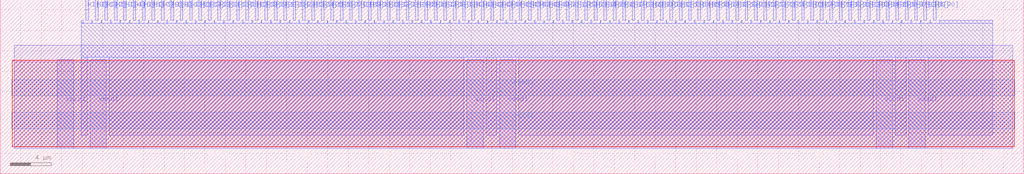
<source format=lef>
VERSION 5.7 ;
  NOWIREEXTENSIONATPIN ON ;
  DIVIDERCHAR "/" ;
  BUSBITCHARS "[]" ;
MACRO vccd1_tie_high
  CLASS BLOCK ;
  FOREIGN vccd1_tie_high ;
  ORIGIN 0.000 0.000 ;
  SIZE 100.000 BY 17.000 ;
  PIN HI[0]
    DIRECTION OUTPUT ;
    USE SIGNAL ;
    ANTENNAGATEAREA 0.434700 ;
    ANTENNADIFFAREA 0.434700 ;
    PORT
      LAYER met2 ;
        RECT 8.370 15.000 8.650 17.000 ;
    END
  END HI[0]
  PIN HI[10]
    DIRECTION OUTPUT ;
    USE SIGNAL ;
    ANTENNAGATEAREA 0.434700 ;
    ANTENNADIFFAREA 0.434700 ;
    PORT
      LAYER met2 ;
        RECT 17.570 15.000 17.850 17.000 ;
    END
  END HI[10]
  PIN HI[11]
    DIRECTION OUTPUT ;
    USE SIGNAL ;
    ANTENNAGATEAREA 0.434700 ;
    ANTENNADIFFAREA 0.434700 ;
    PORT
      LAYER met2 ;
        RECT 18.490 15.000 18.770 17.000 ;
    END
  END HI[11]
  PIN HI[12]
    DIRECTION OUTPUT ;
    USE SIGNAL ;
    ANTENNAGATEAREA 0.434700 ;
    ANTENNADIFFAREA 0.434700 ;
    PORT
      LAYER met2 ;
        RECT 19.410 15.000 19.690 17.000 ;
    END
  END HI[12]
  PIN HI[13]
    DIRECTION OUTPUT ;
    USE SIGNAL ;
    ANTENNAGATEAREA 0.434700 ;
    ANTENNADIFFAREA 0.434700 ;
    PORT
      LAYER met2 ;
        RECT 20.330 15.000 20.610 17.000 ;
    END
  END HI[13]
  PIN HI[14]
    DIRECTION OUTPUT ;
    USE SIGNAL ;
    ANTENNAGATEAREA 0.434700 ;
    ANTENNADIFFAREA 0.434700 ;
    PORT
      LAYER met2 ;
        RECT 21.250 15.000 21.530 17.000 ;
    END
  END HI[14]
  PIN HI[15]
    DIRECTION OUTPUT ;
    USE SIGNAL ;
    ANTENNAGATEAREA 0.434700 ;
    ANTENNADIFFAREA 0.434700 ;
    PORT
      LAYER met2 ;
        RECT 22.170 15.000 22.450 17.000 ;
    END
  END HI[15]
  PIN HI[16]
    DIRECTION OUTPUT ;
    USE SIGNAL ;
    ANTENNAGATEAREA 0.434700 ;
    ANTENNADIFFAREA 0.434700 ;
    PORT
      LAYER met2 ;
        RECT 23.090 15.000 23.370 17.000 ;
    END
  END HI[16]
  PIN HI[17]
    DIRECTION OUTPUT ;
    USE SIGNAL ;
    ANTENNAGATEAREA 0.434700 ;
    ANTENNADIFFAREA 0.434700 ;
    PORT
      LAYER met2 ;
        RECT 24.010 15.000 24.290 17.000 ;
    END
  END HI[17]
  PIN HI[18]
    DIRECTION OUTPUT ;
    USE SIGNAL ;
    ANTENNAGATEAREA 0.434700 ;
    ANTENNADIFFAREA 0.434700 ;
    PORT
      LAYER met2 ;
        RECT 24.930 15.000 25.210 17.000 ;
    END
  END HI[18]
  PIN HI[19]
    DIRECTION OUTPUT ;
    USE SIGNAL ;
    ANTENNAGATEAREA 0.434700 ;
    ANTENNADIFFAREA 0.434700 ;
    PORT
      LAYER met2 ;
        RECT 25.850 15.000 26.130 17.000 ;
    END
  END HI[19]
  PIN HI[1]
    DIRECTION OUTPUT ;
    USE SIGNAL ;
    ANTENNAGATEAREA 0.434700 ;
    ANTENNADIFFAREA 0.434700 ;
    PORT
      LAYER met2 ;
        RECT 9.290 15.000 9.570 17.000 ;
    END
  END HI[1]
  PIN HI[20]
    DIRECTION OUTPUT ;
    USE SIGNAL ;
    ANTENNAGATEAREA 0.434700 ;
    ANTENNADIFFAREA 0.434700 ;
    PORT
      LAYER met2 ;
        RECT 26.770 15.000 27.050 17.000 ;
    END
  END HI[20]
  PIN HI[21]
    DIRECTION OUTPUT ;
    USE SIGNAL ;
    ANTENNAGATEAREA 0.434700 ;
    ANTENNADIFFAREA 0.434700 ;
    PORT
      LAYER met2 ;
        RECT 27.690 15.000 27.970 17.000 ;
    END
  END HI[21]
  PIN HI[22]
    DIRECTION OUTPUT ;
    USE SIGNAL ;
    ANTENNAGATEAREA 0.434700 ;
    ANTENNADIFFAREA 0.434700 ;
    PORT
      LAYER met2 ;
        RECT 28.610 15.000 28.890 17.000 ;
    END
  END HI[22]
  PIN HI[23]
    DIRECTION OUTPUT ;
    USE SIGNAL ;
    ANTENNAGATEAREA 0.434700 ;
    ANTENNADIFFAREA 0.434700 ;
    PORT
      LAYER met2 ;
        RECT 29.530 15.000 29.810 17.000 ;
    END
  END HI[23]
  PIN HI[24]
    DIRECTION OUTPUT ;
    USE SIGNAL ;
    ANTENNAGATEAREA 0.434700 ;
    ANTENNADIFFAREA 0.434700 ;
    PORT
      LAYER met2 ;
        RECT 30.450 15.000 30.730 17.000 ;
    END
  END HI[24]
  PIN HI[25]
    DIRECTION OUTPUT ;
    USE SIGNAL ;
    ANTENNAGATEAREA 0.434700 ;
    ANTENNADIFFAREA 0.434700 ;
    PORT
      LAYER met2 ;
        RECT 31.370 15.000 31.650 17.000 ;
    END
  END HI[25]
  PIN HI[26]
    DIRECTION OUTPUT ;
    USE SIGNAL ;
    ANTENNAGATEAREA 0.434700 ;
    ANTENNADIFFAREA 0.434700 ;
    PORT
      LAYER met2 ;
        RECT 32.290 15.000 32.570 17.000 ;
    END
  END HI[26]
  PIN HI[27]
    DIRECTION OUTPUT ;
    USE SIGNAL ;
    ANTENNAGATEAREA 0.434700 ;
    ANTENNADIFFAREA 0.434700 ;
    PORT
      LAYER met2 ;
        RECT 33.210 15.000 33.490 17.000 ;
    END
  END HI[27]
  PIN HI[28]
    DIRECTION OUTPUT ;
    USE SIGNAL ;
    ANTENNAGATEAREA 0.434700 ;
    ANTENNADIFFAREA 0.434700 ;
    PORT
      LAYER met2 ;
        RECT 34.130 15.000 34.410 17.000 ;
    END
  END HI[28]
  PIN HI[29]
    DIRECTION OUTPUT ;
    USE SIGNAL ;
    ANTENNAGATEAREA 0.434700 ;
    ANTENNADIFFAREA 0.434700 ;
    PORT
      LAYER met2 ;
        RECT 35.050 15.000 35.330 17.000 ;
    END
  END HI[29]
  PIN HI[2]
    DIRECTION OUTPUT ;
    USE SIGNAL ;
    ANTENNAGATEAREA 0.434700 ;
    ANTENNADIFFAREA 0.434700 ;
    PORT
      LAYER met2 ;
        RECT 10.210 15.000 10.490 17.000 ;
    END
  END HI[2]
  PIN HI[30]
    DIRECTION OUTPUT ;
    USE SIGNAL ;
    ANTENNAGATEAREA 0.434700 ;
    ANTENNADIFFAREA 0.434700 ;
    PORT
      LAYER met2 ;
        RECT 35.970 15.000 36.250 17.000 ;
    END
  END HI[30]
  PIN HI[31]
    DIRECTION OUTPUT ;
    USE SIGNAL ;
    ANTENNAGATEAREA 0.434700 ;
    ANTENNADIFFAREA 0.434700 ;
    PORT
      LAYER met2 ;
        RECT 36.890 15.000 37.170 17.000 ;
    END
  END HI[31]
  PIN HI[32]
    DIRECTION OUTPUT ;
    USE SIGNAL ;
    ANTENNAGATEAREA 0.434700 ;
    ANTENNADIFFAREA 0.434700 ;
    PORT
      LAYER met2 ;
        RECT 37.810 15.000 38.090 17.000 ;
    END
  END HI[32]
  PIN HI[33]
    DIRECTION OUTPUT ;
    USE SIGNAL ;
    ANTENNAGATEAREA 0.434700 ;
    ANTENNADIFFAREA 0.434700 ;
    PORT
      LAYER met2 ;
        RECT 38.730 15.000 39.010 17.000 ;
    END
  END HI[33]
  PIN HI[34]
    DIRECTION OUTPUT ;
    USE SIGNAL ;
    ANTENNAGATEAREA 0.434700 ;
    ANTENNADIFFAREA 0.434700 ;
    PORT
      LAYER met2 ;
        RECT 39.650 15.000 39.930 17.000 ;
    END
  END HI[34]
  PIN HI[35]
    DIRECTION OUTPUT ;
    USE SIGNAL ;
    ANTENNAGATEAREA 0.434700 ;
    ANTENNADIFFAREA 0.434700 ;
    PORT
      LAYER met2 ;
        RECT 40.570 15.000 40.850 17.000 ;
    END
  END HI[35]
  PIN HI[36]
    DIRECTION OUTPUT ;
    USE SIGNAL ;
    ANTENNAGATEAREA 0.434700 ;
    ANTENNADIFFAREA 0.434700 ;
    PORT
      LAYER met2 ;
        RECT 41.490 15.000 41.770 17.000 ;
    END
  END HI[36]
  PIN HI[37]
    DIRECTION OUTPUT ;
    USE SIGNAL ;
    ANTENNAGATEAREA 0.434700 ;
    ANTENNADIFFAREA 0.434700 ;
    PORT
      LAYER met2 ;
        RECT 42.410 15.000 42.690 17.000 ;
    END
  END HI[37]
  PIN HI[38]
    DIRECTION OUTPUT ;
    USE SIGNAL ;
    ANTENNAGATEAREA 0.434700 ;
    ANTENNADIFFAREA 0.434700 ;
    PORT
      LAYER met2 ;
        RECT 43.330 15.000 43.610 17.000 ;
    END
  END HI[38]
  PIN HI[39]
    DIRECTION OUTPUT ;
    USE SIGNAL ;
    ANTENNAGATEAREA 0.434700 ;
    ANTENNADIFFAREA 0.434700 ;
    PORT
      LAYER met2 ;
        RECT 44.250 15.000 44.530 17.000 ;
    END
  END HI[39]
  PIN HI[3]
    DIRECTION OUTPUT ;
    USE SIGNAL ;
    ANTENNAGATEAREA 0.434700 ;
    ANTENNADIFFAREA 0.434700 ;
    PORT
      LAYER met2 ;
        RECT 11.130 15.000 11.410 17.000 ;
    END
  END HI[3]
  PIN HI[40]
    DIRECTION OUTPUT ;
    USE SIGNAL ;
    ANTENNAGATEAREA 0.434700 ;
    ANTENNADIFFAREA 0.434700 ;
    PORT
      LAYER met2 ;
        RECT 45.170 15.000 45.450 17.000 ;
    END
  END HI[40]
  PIN HI[41]
    DIRECTION OUTPUT ;
    USE SIGNAL ;
    ANTENNAGATEAREA 0.434700 ;
    ANTENNADIFFAREA 0.434700 ;
    PORT
      LAYER met2 ;
        RECT 46.090 15.000 46.370 17.000 ;
    END
  END HI[41]
  PIN HI[42]
    DIRECTION OUTPUT ;
    USE SIGNAL ;
    ANTENNAGATEAREA 0.434700 ;
    ANTENNADIFFAREA 0.434700 ;
    PORT
      LAYER met2 ;
        RECT 47.010 15.000 47.290 17.000 ;
    END
  END HI[42]
  PIN HI[43]
    DIRECTION OUTPUT ;
    USE SIGNAL ;
    ANTENNAGATEAREA 0.434700 ;
    ANTENNADIFFAREA 0.434700 ;
    PORT
      LAYER met2 ;
        RECT 47.930 15.000 48.210 17.000 ;
    END
  END HI[43]
  PIN HI[44]
    DIRECTION OUTPUT ;
    USE SIGNAL ;
    ANTENNAGATEAREA 0.434700 ;
    ANTENNADIFFAREA 0.434700 ;
    PORT
      LAYER met2 ;
        RECT 48.850 15.000 49.130 17.000 ;
    END
  END HI[44]
  PIN HI[45]
    DIRECTION OUTPUT ;
    USE SIGNAL ;
    ANTENNAGATEAREA 0.434700 ;
    ANTENNADIFFAREA 0.434700 ;
    PORT
      LAYER met2 ;
        RECT 49.770 15.000 50.050 17.000 ;
    END
  END HI[45]
  PIN HI[46]
    DIRECTION OUTPUT ;
    USE SIGNAL ;
    ANTENNAGATEAREA 0.434700 ;
    ANTENNADIFFAREA 0.434700 ;
    PORT
      LAYER met2 ;
        RECT 50.690 15.000 50.970 17.000 ;
    END
  END HI[46]
  PIN HI[47]
    DIRECTION OUTPUT ;
    USE SIGNAL ;
    ANTENNAGATEAREA 0.434700 ;
    ANTENNADIFFAREA 0.434700 ;
    PORT
      LAYER met2 ;
        RECT 51.610 15.000 51.890 17.000 ;
    END
  END HI[47]
  PIN HI[48]
    DIRECTION OUTPUT ;
    USE SIGNAL ;
    ANTENNAGATEAREA 0.434700 ;
    ANTENNADIFFAREA 0.434700 ;
    PORT
      LAYER met2 ;
        RECT 52.530 15.000 52.810 17.000 ;
    END
  END HI[48]
  PIN HI[49]
    DIRECTION OUTPUT ;
    USE SIGNAL ;
    ANTENNAGATEAREA 0.434700 ;
    ANTENNADIFFAREA 0.434700 ;
    PORT
      LAYER met2 ;
        RECT 53.450 15.000 53.730 17.000 ;
    END
  END HI[49]
  PIN HI[4]
    DIRECTION OUTPUT ;
    USE SIGNAL ;
    ANTENNAGATEAREA 0.434700 ;
    ANTENNADIFFAREA 0.434700 ;
    PORT
      LAYER met2 ;
        RECT 12.050 15.000 12.330 17.000 ;
    END
  END HI[4]
  PIN HI[50]
    DIRECTION OUTPUT ;
    USE SIGNAL ;
    ANTENNAGATEAREA 0.434700 ;
    ANTENNADIFFAREA 0.434700 ;
    PORT
      LAYER met2 ;
        RECT 54.370 15.000 54.650 17.000 ;
    END
  END HI[50]
  PIN HI[51]
    DIRECTION OUTPUT ;
    USE SIGNAL ;
    ANTENNAGATEAREA 0.434700 ;
    ANTENNADIFFAREA 0.434700 ;
    PORT
      LAYER met2 ;
        RECT 55.290 15.000 55.570 17.000 ;
    END
  END HI[51]
  PIN HI[52]
    DIRECTION OUTPUT ;
    USE SIGNAL ;
    ANTENNAGATEAREA 0.434700 ;
    ANTENNADIFFAREA 0.434700 ;
    PORT
      LAYER met2 ;
        RECT 56.210 15.000 56.490 17.000 ;
    END
  END HI[52]
  PIN HI[53]
    DIRECTION OUTPUT ;
    USE SIGNAL ;
    ANTENNAGATEAREA 0.434700 ;
    ANTENNADIFFAREA 0.434700 ;
    PORT
      LAYER met2 ;
        RECT 57.130 15.000 57.410 17.000 ;
    END
  END HI[53]
  PIN HI[54]
    DIRECTION OUTPUT ;
    USE SIGNAL ;
    ANTENNAGATEAREA 0.434700 ;
    ANTENNADIFFAREA 0.434700 ;
    PORT
      LAYER met2 ;
        RECT 58.050 15.000 58.330 17.000 ;
    END
  END HI[54]
  PIN HI[55]
    DIRECTION OUTPUT ;
    USE SIGNAL ;
    ANTENNAGATEAREA 0.434700 ;
    ANTENNADIFFAREA 0.434700 ;
    PORT
      LAYER met2 ;
        RECT 58.970 15.000 59.250 17.000 ;
    END
  END HI[55]
  PIN HI[56]
    DIRECTION OUTPUT ;
    USE SIGNAL ;
    ANTENNAGATEAREA 0.434700 ;
    ANTENNADIFFAREA 0.434700 ;
    PORT
      LAYER met2 ;
        RECT 59.890 15.000 60.170 17.000 ;
    END
  END HI[56]
  PIN HI[57]
    DIRECTION OUTPUT ;
    USE SIGNAL ;
    ANTENNAGATEAREA 0.434700 ;
    ANTENNADIFFAREA 0.434700 ;
    PORT
      LAYER met2 ;
        RECT 60.810 15.000 61.090 17.000 ;
    END
  END HI[57]
  PIN HI[58]
    DIRECTION OUTPUT ;
    USE SIGNAL ;
    ANTENNAGATEAREA 0.434700 ;
    ANTENNADIFFAREA 0.434700 ;
    PORT
      LAYER met2 ;
        RECT 61.730 15.000 62.010 17.000 ;
    END
  END HI[58]
  PIN HI[59]
    DIRECTION OUTPUT ;
    USE SIGNAL ;
    ANTENNAGATEAREA 0.434700 ;
    ANTENNADIFFAREA 0.434700 ;
    PORT
      LAYER met2 ;
        RECT 62.650 15.000 62.930 17.000 ;
    END
  END HI[59]
  PIN HI[5]
    DIRECTION OUTPUT ;
    USE SIGNAL ;
    ANTENNAGATEAREA 0.434700 ;
    ANTENNADIFFAREA 0.434700 ;
    PORT
      LAYER met2 ;
        RECT 12.970 15.000 13.250 17.000 ;
    END
  END HI[5]
  PIN HI[60]
    DIRECTION OUTPUT ;
    USE SIGNAL ;
    ANTENNAGATEAREA 0.434700 ;
    ANTENNADIFFAREA 0.434700 ;
    PORT
      LAYER met2 ;
        RECT 63.570 15.000 63.850 17.000 ;
    END
  END HI[60]
  PIN HI[61]
    DIRECTION OUTPUT ;
    USE SIGNAL ;
    ANTENNAGATEAREA 0.434700 ;
    ANTENNADIFFAREA 0.434700 ;
    PORT
      LAYER met2 ;
        RECT 64.490 15.000 64.770 17.000 ;
    END
  END HI[61]
  PIN HI[62]
    DIRECTION OUTPUT ;
    USE SIGNAL ;
    ANTENNAGATEAREA 0.434700 ;
    ANTENNADIFFAREA 0.434700 ;
    PORT
      LAYER met2 ;
        RECT 65.410 15.000 65.690 17.000 ;
    END
  END HI[62]
  PIN HI[63]
    DIRECTION OUTPUT ;
    USE SIGNAL ;
    ANTENNAGATEAREA 0.434700 ;
    ANTENNADIFFAREA 0.434700 ;
    PORT
      LAYER met2 ;
        RECT 66.330 15.000 66.610 17.000 ;
    END
  END HI[63]
  PIN HI[64]
    DIRECTION OUTPUT ;
    USE SIGNAL ;
    ANTENNAGATEAREA 0.434700 ;
    ANTENNADIFFAREA 0.434700 ;
    PORT
      LAYER met2 ;
        RECT 67.250 15.000 67.530 17.000 ;
    END
  END HI[64]
  PIN HI[65]
    DIRECTION OUTPUT ;
    USE SIGNAL ;
    ANTENNAGATEAREA 0.434700 ;
    ANTENNADIFFAREA 0.434700 ;
    PORT
      LAYER met2 ;
        RECT 68.170 15.000 68.450 17.000 ;
    END
  END HI[65]
  PIN HI[66]
    DIRECTION OUTPUT ;
    USE SIGNAL ;
    ANTENNAGATEAREA 0.434700 ;
    ANTENNADIFFAREA 0.434700 ;
    PORT
      LAYER met2 ;
        RECT 69.090 15.000 69.370 17.000 ;
    END
  END HI[66]
  PIN HI[67]
    DIRECTION OUTPUT ;
    USE SIGNAL ;
    ANTENNAGATEAREA 0.434700 ;
    ANTENNADIFFAREA 0.434700 ;
    PORT
      LAYER met2 ;
        RECT 70.010 15.000 70.290 17.000 ;
    END
  END HI[67]
  PIN HI[68]
    DIRECTION OUTPUT ;
    USE SIGNAL ;
    ANTENNAGATEAREA 0.434700 ;
    ANTENNADIFFAREA 0.434700 ;
    PORT
      LAYER met2 ;
        RECT 70.930 15.000 71.210 17.000 ;
    END
  END HI[68]
  PIN HI[69]
    DIRECTION OUTPUT ;
    USE SIGNAL ;
    ANTENNAGATEAREA 0.434700 ;
    ANTENNADIFFAREA 0.434700 ;
    PORT
      LAYER met2 ;
        RECT 71.850 15.000 72.130 17.000 ;
    END
  END HI[69]
  PIN HI[6]
    DIRECTION OUTPUT ;
    USE SIGNAL ;
    ANTENNAGATEAREA 0.434700 ;
    ANTENNADIFFAREA 0.434700 ;
    PORT
      LAYER met2 ;
        RECT 13.890 15.000 14.170 17.000 ;
    END
  END HI[6]
  PIN HI[70]
    DIRECTION OUTPUT ;
    USE SIGNAL ;
    ANTENNAGATEAREA 0.434700 ;
    ANTENNADIFFAREA 0.434700 ;
    PORT
      LAYER met2 ;
        RECT 72.770 15.000 73.050 17.000 ;
    END
  END HI[70]
  PIN HI[71]
    DIRECTION OUTPUT ;
    USE SIGNAL ;
    ANTENNAGATEAREA 0.434700 ;
    ANTENNADIFFAREA 0.434700 ;
    PORT
      LAYER met2 ;
        RECT 73.690 15.000 73.970 17.000 ;
    END
  END HI[71]
  PIN HI[72]
    DIRECTION OUTPUT ;
    USE SIGNAL ;
    ANTENNAGATEAREA 0.434700 ;
    ANTENNADIFFAREA 0.434700 ;
    PORT
      LAYER met2 ;
        RECT 74.610 15.000 74.890 17.000 ;
    END
  END HI[72]
  PIN HI[73]
    DIRECTION OUTPUT ;
    USE SIGNAL ;
    ANTENNAGATEAREA 0.434700 ;
    ANTENNADIFFAREA 0.434700 ;
    PORT
      LAYER met2 ;
        RECT 75.530 15.000 75.810 17.000 ;
    END
  END HI[73]
  PIN HI[74]
    DIRECTION OUTPUT ;
    USE SIGNAL ;
    ANTENNAGATEAREA 0.434700 ;
    ANTENNADIFFAREA 0.434700 ;
    PORT
      LAYER met2 ;
        RECT 76.450 15.000 76.730 17.000 ;
    END
  END HI[74]
  PIN HI[75]
    DIRECTION OUTPUT ;
    USE SIGNAL ;
    ANTENNAGATEAREA 0.434700 ;
    ANTENNADIFFAREA 0.434700 ;
    PORT
      LAYER met2 ;
        RECT 77.370 15.000 77.650 17.000 ;
    END
  END HI[75]
  PIN HI[76]
    DIRECTION OUTPUT ;
    USE SIGNAL ;
    ANTENNAGATEAREA 0.434700 ;
    ANTENNADIFFAREA 0.434700 ;
    PORT
      LAYER met2 ;
        RECT 78.290 15.000 78.570 17.000 ;
    END
  END HI[76]
  PIN HI[77]
    DIRECTION OUTPUT ;
    USE SIGNAL ;
    ANTENNAGATEAREA 0.434700 ;
    ANTENNADIFFAREA 0.434700 ;
    PORT
      LAYER met2 ;
        RECT 79.210 15.000 79.490 17.000 ;
    END
  END HI[77]
  PIN HI[78]
    DIRECTION OUTPUT ;
    USE SIGNAL ;
    ANTENNAGATEAREA 0.434700 ;
    ANTENNADIFFAREA 0.434700 ;
    PORT
      LAYER met2 ;
        RECT 80.130 15.000 80.410 17.000 ;
    END
  END HI[78]
  PIN HI[79]
    DIRECTION OUTPUT ;
    USE SIGNAL ;
    ANTENNAGATEAREA 0.434700 ;
    ANTENNADIFFAREA 0.434700 ;
    PORT
      LAYER met2 ;
        RECT 81.050 15.000 81.330 17.000 ;
    END
  END HI[79]
  PIN HI[7]
    DIRECTION OUTPUT ;
    USE SIGNAL ;
    ANTENNAGATEAREA 0.434700 ;
    ANTENNADIFFAREA 0.434700 ;
    PORT
      LAYER met2 ;
        RECT 14.810 15.000 15.090 17.000 ;
    END
  END HI[7]
  PIN HI[80]
    DIRECTION OUTPUT ;
    USE SIGNAL ;
    ANTENNAGATEAREA 0.434700 ;
    ANTENNADIFFAREA 0.434700 ;
    PORT
      LAYER met2 ;
        RECT 81.970 15.000 82.250 17.000 ;
    END
  END HI[80]
  PIN HI[81]
    DIRECTION OUTPUT ;
    USE SIGNAL ;
    ANTENNAGATEAREA 0.434700 ;
    ANTENNADIFFAREA 0.434700 ;
    PORT
      LAYER met2 ;
        RECT 82.890 15.000 83.170 17.000 ;
    END
  END HI[81]
  PIN HI[82]
    DIRECTION OUTPUT ;
    USE SIGNAL ;
    ANTENNAGATEAREA 0.434700 ;
    ANTENNADIFFAREA 0.434700 ;
    PORT
      LAYER met2 ;
        RECT 83.810 15.000 84.090 17.000 ;
    END
  END HI[82]
  PIN HI[83]
    DIRECTION OUTPUT ;
    USE SIGNAL ;
    ANTENNAGATEAREA 0.434700 ;
    ANTENNADIFFAREA 0.434700 ;
    PORT
      LAYER met2 ;
        RECT 84.730 15.000 85.010 17.000 ;
    END
  END HI[83]
  PIN HI[84]
    DIRECTION OUTPUT ;
    USE SIGNAL ;
    ANTENNAGATEAREA 0.434700 ;
    ANTENNADIFFAREA 0.434700 ;
    PORT
      LAYER met2 ;
        RECT 85.650 15.000 85.930 17.000 ;
    END
  END HI[84]
  PIN HI[85]
    DIRECTION OUTPUT ;
    USE SIGNAL ;
    ANTENNAGATEAREA 0.434700 ;
    ANTENNADIFFAREA 0.434700 ;
    PORT
      LAYER met2 ;
        RECT 86.570 15.000 86.850 17.000 ;
    END
  END HI[85]
  PIN HI[86]
    DIRECTION OUTPUT ;
    USE SIGNAL ;
    ANTENNAGATEAREA 0.434700 ;
    ANTENNADIFFAREA 0.434700 ;
    PORT
      LAYER met2 ;
        RECT 87.490 15.000 87.770 17.000 ;
    END
  END HI[86]
  PIN HI[87]
    DIRECTION OUTPUT ;
    USE SIGNAL ;
    ANTENNAGATEAREA 0.434700 ;
    ANTENNADIFFAREA 0.434700 ;
    PORT
      LAYER met2 ;
        RECT 88.410 15.000 88.690 17.000 ;
    END
  END HI[87]
  PIN HI[88]
    DIRECTION OUTPUT ;
    USE SIGNAL ;
    ANTENNAGATEAREA 0.434700 ;
    ANTENNADIFFAREA 0.434700 ;
    PORT
      LAYER met2 ;
        RECT 89.330 15.000 89.610 17.000 ;
    END
  END HI[88]
  PIN HI[89]
    DIRECTION OUTPUT ;
    USE SIGNAL ;
    ANTENNAGATEAREA 0.434700 ;
    ANTENNADIFFAREA 0.434700 ;
    PORT
      LAYER met2 ;
        RECT 90.250 15.000 90.530 17.000 ;
    END
  END HI[89]
  PIN HI[8]
    DIRECTION OUTPUT ;
    USE SIGNAL ;
    ANTENNAGATEAREA 0.434700 ;
    ANTENNADIFFAREA 0.434700 ;
    PORT
      LAYER met2 ;
        RECT 15.730 15.000 16.010 17.000 ;
    END
  END HI[8]
  PIN HI[90]
    DIRECTION OUTPUT ;
    USE SIGNAL ;
    ANTENNAGATEAREA 0.434700 ;
    ANTENNADIFFAREA 0.434700 ;
    PORT
      LAYER met2 ;
        RECT 91.170 15.000 91.450 17.000 ;
    END
  END HI[90]
  PIN HI[9]
    DIRECTION OUTPUT ;
    USE SIGNAL ;
    ANTENNAGATEAREA 0.434700 ;
    ANTENNADIFFAREA 0.434700 ;
    PORT
      LAYER met2 ;
        RECT 16.650 15.000 16.930 17.000 ;
    END
  END HI[9]
  PIN vccd1
    DIRECTION INOUT ;
    USE POWER ;
    PORT
      LAYER met2 ;
        RECT 5.580 2.480 7.180 11.120 ;
    END
    PORT
      LAYER met2 ;
        RECT 45.580 2.480 47.180 11.120 ;
    END
    PORT
      LAYER met2 ;
        RECT 85.580 2.480 87.180 11.120 ;
    END
    PORT
      LAYER met3 ;
        RECT 1.140 4.400 99.140 6.000 ;
    END
  END vccd1
  PIN vssd1
    DIRECTION INOUT ;
    USE GROUND ;
    PORT
      LAYER met2 ;
        RECT 8.780 2.480 10.380 11.120 ;
    END
    PORT
      LAYER met2 ;
        RECT 48.780 2.480 50.380 11.120 ;
    END
    PORT
      LAYER met2 ;
        RECT 88.780 2.480 90.380 11.120 ;
    END
    PORT
      LAYER met3 ;
        RECT 1.140 7.600 99.140 9.200 ;
    END
  END vssd1
  OBS
      LAYER nwell ;
        RECT 1.190 2.635 99.090 11.070 ;
      LAYER li1 ;
        RECT 1.380 2.635 98.900 10.965 ;
      LAYER met1 ;
        RECT 1.380 2.480 98.900 12.540 ;
      LAYER met2 ;
        RECT 7.920 14.720 8.090 15.000 ;
        RECT 8.930 14.720 9.010 15.000 ;
        RECT 9.850 14.720 9.930 15.000 ;
        RECT 10.770 14.720 10.850 15.000 ;
        RECT 11.690 14.720 11.770 15.000 ;
        RECT 12.610 14.720 12.690 15.000 ;
        RECT 13.530 14.720 13.610 15.000 ;
        RECT 14.450 14.720 14.530 15.000 ;
        RECT 15.370 14.720 15.450 15.000 ;
        RECT 16.290 14.720 16.370 15.000 ;
        RECT 17.210 14.720 17.290 15.000 ;
        RECT 18.130 14.720 18.210 15.000 ;
        RECT 19.050 14.720 19.130 15.000 ;
        RECT 19.970 14.720 20.050 15.000 ;
        RECT 20.890 14.720 20.970 15.000 ;
        RECT 21.810 14.720 21.890 15.000 ;
        RECT 22.730 14.720 22.810 15.000 ;
        RECT 23.650 14.720 23.730 15.000 ;
        RECT 24.570 14.720 24.650 15.000 ;
        RECT 25.490 14.720 25.570 15.000 ;
        RECT 26.410 14.720 26.490 15.000 ;
        RECT 27.330 14.720 27.410 15.000 ;
        RECT 28.250 14.720 28.330 15.000 ;
        RECT 29.170 14.720 29.250 15.000 ;
        RECT 30.090 14.720 30.170 15.000 ;
        RECT 31.010 14.720 31.090 15.000 ;
        RECT 31.930 14.720 32.010 15.000 ;
        RECT 32.850 14.720 32.930 15.000 ;
        RECT 33.770 14.720 33.850 15.000 ;
        RECT 34.690 14.720 34.770 15.000 ;
        RECT 35.610 14.720 35.690 15.000 ;
        RECT 36.530 14.720 36.610 15.000 ;
        RECT 37.450 14.720 37.530 15.000 ;
        RECT 38.370 14.720 38.450 15.000 ;
        RECT 39.290 14.720 39.370 15.000 ;
        RECT 40.210 14.720 40.290 15.000 ;
        RECT 41.130 14.720 41.210 15.000 ;
        RECT 42.050 14.720 42.130 15.000 ;
        RECT 42.970 14.720 43.050 15.000 ;
        RECT 43.890 14.720 43.970 15.000 ;
        RECT 44.810 14.720 44.890 15.000 ;
        RECT 45.730 14.720 45.810 15.000 ;
        RECT 46.650 14.720 46.730 15.000 ;
        RECT 47.570 14.720 47.650 15.000 ;
        RECT 48.490 14.720 48.570 15.000 ;
        RECT 49.410 14.720 49.490 15.000 ;
        RECT 50.330 14.720 50.410 15.000 ;
        RECT 51.250 14.720 51.330 15.000 ;
        RECT 52.170 14.720 52.250 15.000 ;
        RECT 53.090 14.720 53.170 15.000 ;
        RECT 54.010 14.720 54.090 15.000 ;
        RECT 54.930 14.720 55.010 15.000 ;
        RECT 55.850 14.720 55.930 15.000 ;
        RECT 56.770 14.720 56.850 15.000 ;
        RECT 57.690 14.720 57.770 15.000 ;
        RECT 58.610 14.720 58.690 15.000 ;
        RECT 59.530 14.720 59.610 15.000 ;
        RECT 60.450 14.720 60.530 15.000 ;
        RECT 61.370 14.720 61.450 15.000 ;
        RECT 62.290 14.720 62.370 15.000 ;
        RECT 63.210 14.720 63.290 15.000 ;
        RECT 64.130 14.720 64.210 15.000 ;
        RECT 65.050 14.720 65.130 15.000 ;
        RECT 65.970 14.720 66.050 15.000 ;
        RECT 66.890 14.720 66.970 15.000 ;
        RECT 67.810 14.720 67.890 15.000 ;
        RECT 68.730 14.720 68.810 15.000 ;
        RECT 69.650 14.720 69.730 15.000 ;
        RECT 70.570 14.720 70.650 15.000 ;
        RECT 71.490 14.720 71.570 15.000 ;
        RECT 72.410 14.720 72.490 15.000 ;
        RECT 73.330 14.720 73.410 15.000 ;
        RECT 74.250 14.720 74.330 15.000 ;
        RECT 75.170 14.720 75.250 15.000 ;
        RECT 76.090 14.720 76.170 15.000 ;
        RECT 77.010 14.720 77.090 15.000 ;
        RECT 77.930 14.720 78.010 15.000 ;
        RECT 78.850 14.720 78.930 15.000 ;
        RECT 79.770 14.720 79.850 15.000 ;
        RECT 80.690 14.720 80.770 15.000 ;
        RECT 81.610 14.720 81.690 15.000 ;
        RECT 82.530 14.720 82.610 15.000 ;
        RECT 83.450 14.720 83.530 15.000 ;
        RECT 84.370 14.720 84.450 15.000 ;
        RECT 85.290 14.720 85.370 15.000 ;
        RECT 86.210 14.720 86.290 15.000 ;
        RECT 87.130 14.720 87.210 15.000 ;
        RECT 88.050 14.720 88.130 15.000 ;
        RECT 88.970 14.720 89.050 15.000 ;
        RECT 89.890 14.720 89.970 15.000 ;
        RECT 90.810 14.720 90.890 15.000 ;
        RECT 91.730 14.720 96.960 15.000 ;
        RECT 7.920 11.400 96.960 14.720 ;
        RECT 7.920 3.750 8.500 11.400 ;
        RECT 10.660 3.750 45.300 11.400 ;
        RECT 47.460 3.750 48.500 11.400 ;
        RECT 50.660 3.750 85.300 11.400 ;
        RECT 87.460 3.750 88.500 11.400 ;
        RECT 90.660 3.750 96.960 11.400 ;
  END
END vccd1_tie_high
END LIBRARY


</source>
